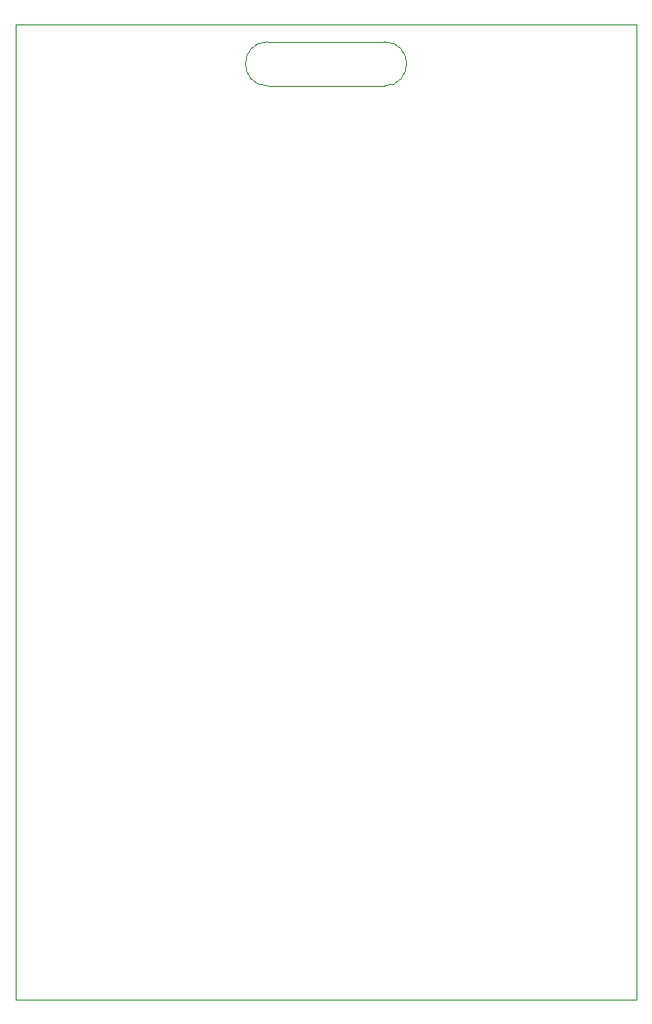
<source format=gm1>
%TF.GenerationSoftware,KiCad,Pcbnew,(5.1.6)-1*%
%TF.CreationDate,2020-09-24T16:41:58+05:30*%
%TF.ProjectId,555_Badge,3535355f-4261-4646-9765-2e6b69636164,v01*%
%TF.SameCoordinates,Original*%
%TF.FileFunction,Profile,NP*%
%FSLAX46Y46*%
G04 Gerber Fmt 4.6, Leading zero omitted, Abs format (unit mm)*
G04 Created by KiCad (PCBNEW (5.1.6)-1) date 2020-09-24 16:41:58*
%MOMM*%
%LPD*%
G01*
G04 APERTURE LIST*
%TA.AperFunction,Profile*%
%ADD10C,0.025400*%
%TD*%
G04 APERTURE END LIST*
D10*
X159004000Y-47752000D02*
G75*
G03*
X159004000Y-43942000I0J1905000D01*
G01*
X148844000Y-47752000D02*
G75*
G02*
X148844000Y-43942000I0J1905000D01*
G01*
X148844000Y-47752000D02*
X159004000Y-47752000D01*
X148844000Y-43942000D02*
X159004000Y-43942000D01*
X127000000Y-127000000D02*
X180848000Y-127000000D01*
X180848000Y-127000000D02*
X180848000Y-42418000D01*
X127000000Y-42418000D02*
X180848000Y-42418000D01*
X127000000Y-127000000D02*
X127000000Y-42418000D01*
M02*

</source>
